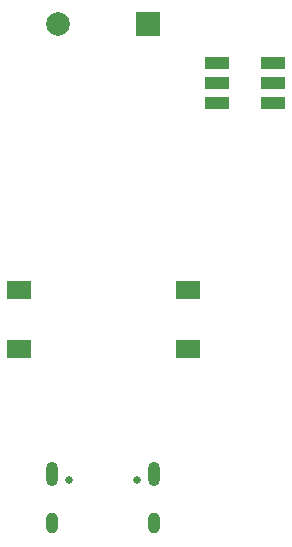
<source format=gbr>
%TF.GenerationSoftware,KiCad,Pcbnew,8.0.4*%
%TF.CreationDate,2024-08-11T09:47:25+05:30*%
%TF.ProjectId,Wrkshp_PCB_test,57726b73-6870-45f5-9043-425f74657374,rev?*%
%TF.SameCoordinates,Original*%
%TF.FileFunction,Soldermask,Bot*%
%TF.FilePolarity,Negative*%
%FSLAX46Y46*%
G04 Gerber Fmt 4.6, Leading zero omitted, Abs format (unit mm)*
G04 Created by KiCad (PCBNEW 8.0.4) date 2024-08-11 09:47:25*
%MOMM*%
%LPD*%
G01*
G04 APERTURE LIST*
%ADD10C,0.650000*%
%ADD11O,1.000000X2.100000*%
%ADD12O,1.000000X1.800000*%
%ADD13R,2.000000X1.500000*%
%ADD14R,2.000000X2.000000*%
%ADD15C,2.000000*%
%ADD16R,2.000000X1.100000*%
G04 APERTURE END LIST*
D10*
%TO.C,J1*%
X140289800Y-113142800D03*
X146069800Y-113142800D03*
D11*
X138859800Y-112642800D03*
D12*
X138859800Y-116822800D03*
D11*
X147499800Y-112642800D03*
D12*
X147499800Y-116822800D03*
%TD*%
D13*
%TO.C,SW1*%
X150329800Y-97075000D03*
X136029800Y-97075000D03*
X150329800Y-102075000D03*
X136029800Y-102075000D03*
%TD*%
D14*
%TO.C,BZ1*%
X146979800Y-74575000D03*
D15*
X139379800Y-74575000D03*
%TD*%
D16*
%TO.C,D1*%
X157579800Y-77875000D03*
X157579800Y-79575000D03*
X157579800Y-81275000D03*
X152779800Y-81275000D03*
X152779800Y-79575000D03*
X152779800Y-77875000D03*
%TD*%
M02*

</source>
